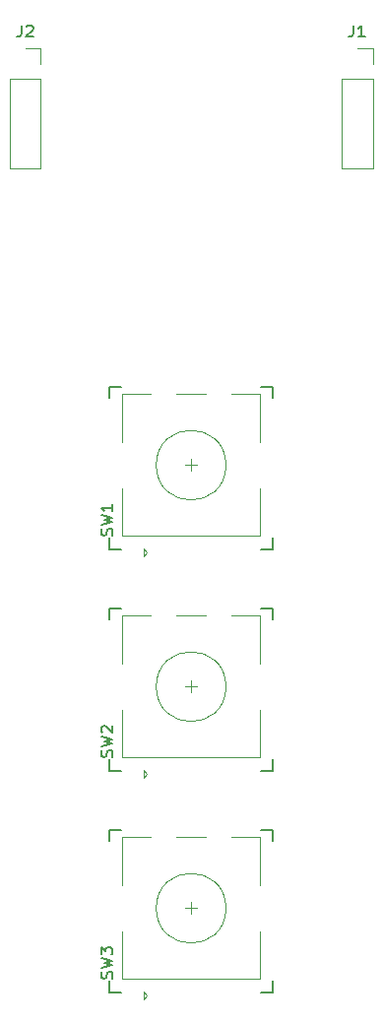
<source format=gbr>
%TF.GenerationSoftware,KiCad,Pcbnew,(6.0.4-0)*%
%TF.CreationDate,2022-07-29T07:15:44-05:00*%
%TF.ProjectId,knoblin3,6b6e6f62-6c69-46e3-932e-6b696361645f,rev?*%
%TF.SameCoordinates,Original*%
%TF.FileFunction,Legend,Top*%
%TF.FilePolarity,Positive*%
%FSLAX46Y46*%
G04 Gerber Fmt 4.6, Leading zero omitted, Abs format (unit mm)*
G04 Created by KiCad (PCBNEW (6.0.4-0)) date 2022-07-29 07:15:44*
%MOMM*%
%LPD*%
G01*
G04 APERTURE LIST*
%ADD10C,0.150000*%
%ADD11C,0.120000*%
G04 APERTURE END LIST*
D10*
%TO.C,SW2*%
X131317261Y-101033333D02*
X131364880Y-100890476D01*
X131364880Y-100652380D01*
X131317261Y-100557142D01*
X131269642Y-100509523D01*
X131174404Y-100461904D01*
X131079166Y-100461904D01*
X130983928Y-100509523D01*
X130936309Y-100557142D01*
X130888690Y-100652380D01*
X130841071Y-100842857D01*
X130793452Y-100938095D01*
X130745833Y-100985714D01*
X130650595Y-101033333D01*
X130555357Y-101033333D01*
X130460119Y-100985714D01*
X130412500Y-100938095D01*
X130364880Y-100842857D01*
X130364880Y-100604761D01*
X130412500Y-100461904D01*
X130364880Y-100128571D02*
X131364880Y-99890476D01*
X130650595Y-99700000D01*
X131364880Y-99509523D01*
X130364880Y-99271428D01*
X130460119Y-98938095D02*
X130412500Y-98890476D01*
X130364880Y-98795238D01*
X130364880Y-98557142D01*
X130412500Y-98461904D01*
X130460119Y-98414285D01*
X130555357Y-98366666D01*
X130650595Y-98366666D01*
X130793452Y-98414285D01*
X131364880Y-98985714D01*
X131364880Y-98366666D01*
%TO.C,SW1*%
X131317261Y-81983333D02*
X131364880Y-81840476D01*
X131364880Y-81602380D01*
X131317261Y-81507142D01*
X131269642Y-81459523D01*
X131174404Y-81411904D01*
X131079166Y-81411904D01*
X130983928Y-81459523D01*
X130936309Y-81507142D01*
X130888690Y-81602380D01*
X130841071Y-81792857D01*
X130793452Y-81888095D01*
X130745833Y-81935714D01*
X130650595Y-81983333D01*
X130555357Y-81983333D01*
X130460119Y-81935714D01*
X130412500Y-81888095D01*
X130364880Y-81792857D01*
X130364880Y-81554761D01*
X130412500Y-81411904D01*
X130364880Y-81078571D02*
X131364880Y-80840476D01*
X130650595Y-80650000D01*
X131364880Y-80459523D01*
X130364880Y-80221428D01*
X131364880Y-79316666D02*
X131364880Y-79888095D01*
X131364880Y-79602380D02*
X130364880Y-79602380D01*
X130507738Y-79697619D01*
X130602976Y-79792857D01*
X130650595Y-79888095D01*
%TO.C,SW3*%
X131317261Y-120083333D02*
X131364880Y-119940476D01*
X131364880Y-119702380D01*
X131317261Y-119607142D01*
X131269642Y-119559523D01*
X131174404Y-119511904D01*
X131079166Y-119511904D01*
X130983928Y-119559523D01*
X130936309Y-119607142D01*
X130888690Y-119702380D01*
X130841071Y-119892857D01*
X130793452Y-119988095D01*
X130745833Y-120035714D01*
X130650595Y-120083333D01*
X130555357Y-120083333D01*
X130460119Y-120035714D01*
X130412500Y-119988095D01*
X130364880Y-119892857D01*
X130364880Y-119654761D01*
X130412500Y-119511904D01*
X130364880Y-119178571D02*
X131364880Y-118940476D01*
X130650595Y-118750000D01*
X131364880Y-118559523D01*
X130364880Y-118321428D01*
X130364880Y-118035714D02*
X130364880Y-117416666D01*
X130745833Y-117750000D01*
X130745833Y-117607142D01*
X130793452Y-117511904D01*
X130841071Y-117464285D01*
X130936309Y-117416666D01*
X131174404Y-117416666D01*
X131269642Y-117464285D01*
X131317261Y-117511904D01*
X131364880Y-117607142D01*
X131364880Y-117892857D01*
X131317261Y-117988095D01*
X131269642Y-118035714D01*
%TO.C,J2*%
X123516666Y-38126130D02*
X123516666Y-38840416D01*
X123469047Y-38983273D01*
X123373809Y-39078511D01*
X123230952Y-39126130D01*
X123135714Y-39126130D01*
X123945238Y-38221369D02*
X123992857Y-38173750D01*
X124088095Y-38126130D01*
X124326190Y-38126130D01*
X124421428Y-38173750D01*
X124469047Y-38221369D01*
X124516666Y-38316607D01*
X124516666Y-38411845D01*
X124469047Y-38554702D01*
X123897619Y-39126130D01*
X124516666Y-39126130D01*
%TO.C,J1*%
X152066666Y-38126130D02*
X152066666Y-38840416D01*
X152019047Y-38983273D01*
X151923809Y-39078511D01*
X151780952Y-39126130D01*
X151685714Y-39126130D01*
X153066666Y-39126130D02*
X152495238Y-39126130D01*
X152780952Y-39126130D02*
X152780952Y-38126130D01*
X152685714Y-38268988D01*
X152590476Y-38364226D01*
X152495238Y-38411845D01*
D11*
%TO.C,SW2*%
X141612500Y-88900000D02*
X144012500Y-88900000D01*
X134012500Y-102800000D02*
X134012500Y-102200000D01*
X137612500Y-95000000D02*
X138612500Y-95000000D01*
X134012500Y-102200000D02*
X134312500Y-102500000D01*
X132212500Y-101100000D02*
X144012500Y-101100000D01*
X132212500Y-97000000D02*
X132212500Y-101100000D01*
X136812500Y-88900000D02*
X139412500Y-88900000D01*
X144012500Y-97000000D02*
X144012500Y-101100000D01*
X132212500Y-93000000D02*
X132212500Y-88900000D01*
X144012500Y-88900000D02*
X144012500Y-93000000D01*
X134312500Y-102500000D02*
X134012500Y-102800000D01*
X138112500Y-95500000D02*
X138112500Y-94500000D01*
X132212500Y-88900000D02*
X134612500Y-88900000D01*
X141112500Y-95000000D02*
G75*
G03*
X141112500Y-95000000I-3000000J0D01*
G01*
%TO.C,SW1*%
X134312500Y-83450000D02*
X134012500Y-83750000D01*
X144012500Y-69850000D02*
X144012500Y-73950000D01*
X134012500Y-83150000D02*
X134312500Y-83450000D01*
X132212500Y-69850000D02*
X134612500Y-69850000D01*
X132212500Y-77950000D02*
X132212500Y-82050000D01*
X138112500Y-76450000D02*
X138112500Y-75450000D01*
X141612500Y-69850000D02*
X144012500Y-69850000D01*
X144012500Y-77950000D02*
X144012500Y-82050000D01*
X134012500Y-83750000D02*
X134012500Y-83150000D01*
X132212500Y-82050000D02*
X144012500Y-82050000D01*
X137612500Y-75950000D02*
X138612500Y-75950000D01*
X132212500Y-73950000D02*
X132212500Y-69850000D01*
X136812500Y-69850000D02*
X139412500Y-69850000D01*
X141112500Y-75950000D02*
G75*
G03*
X141112500Y-75950000I-3000000J0D01*
G01*
%TO.C,SW3*%
X144012500Y-116050000D02*
X144012500Y-120150000D01*
X137612500Y-114050000D02*
X138612500Y-114050000D01*
X141612500Y-107950000D02*
X144012500Y-107950000D01*
X132212500Y-107950000D02*
X134612500Y-107950000D01*
X132212500Y-112050000D02*
X132212500Y-107950000D01*
X132212500Y-120150000D02*
X144012500Y-120150000D01*
X132212500Y-116050000D02*
X132212500Y-120150000D01*
X134012500Y-121250000D02*
X134312500Y-121550000D01*
X136812500Y-107950000D02*
X139412500Y-107950000D01*
X134012500Y-121850000D02*
X134012500Y-121250000D01*
X138112500Y-114550000D02*
X138112500Y-113550000D01*
X134312500Y-121550000D02*
X134012500Y-121850000D01*
X144012500Y-107950000D02*
X144012500Y-112050000D01*
X141112500Y-114050000D02*
G75*
G03*
X141112500Y-114050000I-3000000J0D01*
G01*
D10*
%TO.C,SW6*%
X131112500Y-121300000D02*
X131112500Y-120300000D01*
X145112500Y-107300000D02*
X145112500Y-108300000D01*
X132112500Y-107300000D02*
X131112500Y-107300000D01*
X145112500Y-120300000D02*
X145112500Y-121300000D01*
X145112500Y-107300000D02*
X144112500Y-107300000D01*
X131112500Y-121300000D02*
X132112500Y-121300000D01*
X131112500Y-108300000D02*
X131112500Y-107300000D01*
X144112500Y-121300000D02*
X145112500Y-121300000D01*
D11*
%TO.C,J2*%
X122520000Y-42713750D02*
X122520000Y-50393750D01*
X125180000Y-40113750D02*
X125180000Y-41443750D01*
X122520000Y-50393750D02*
X125180000Y-50393750D01*
X122520000Y-42713750D02*
X125180000Y-42713750D01*
X125180000Y-42713750D02*
X125180000Y-50393750D01*
X123850000Y-40113750D02*
X125180000Y-40113750D01*
D10*
%TO.C,SW4*%
X145112500Y-69200000D02*
X144112500Y-69200000D01*
X132112500Y-69200000D02*
X131112500Y-69200000D01*
X145112500Y-69200000D02*
X145112500Y-70200000D01*
X131112500Y-83200000D02*
X131112500Y-82200000D01*
X131112500Y-83200000D02*
X132112500Y-83200000D01*
X145112500Y-82200000D02*
X145112500Y-83200000D01*
X131112500Y-70200000D02*
X131112500Y-69200000D01*
X144112500Y-83200000D02*
X145112500Y-83200000D01*
D11*
%TO.C,J1*%
X153730000Y-40113750D02*
X153730000Y-41443750D01*
X152400000Y-40113750D02*
X153730000Y-40113750D01*
X153730000Y-42713750D02*
X153730000Y-50393750D01*
X151070000Y-42713750D02*
X153730000Y-42713750D01*
X151070000Y-42713750D02*
X151070000Y-50393750D01*
X151070000Y-50393750D02*
X153730000Y-50393750D01*
D10*
%TO.C,SW5*%
X145112500Y-88250000D02*
X145112500Y-89250000D01*
X145112500Y-88250000D02*
X144112500Y-88250000D01*
X145112500Y-101250000D02*
X145112500Y-102250000D01*
X144112500Y-102250000D02*
X145112500Y-102250000D01*
X132112500Y-88250000D02*
X131112500Y-88250000D01*
X131112500Y-102250000D02*
X131112500Y-101250000D01*
X131112500Y-102250000D02*
X132112500Y-102250000D01*
X131112500Y-89250000D02*
X131112500Y-88250000D01*
%TD*%
M02*

</source>
